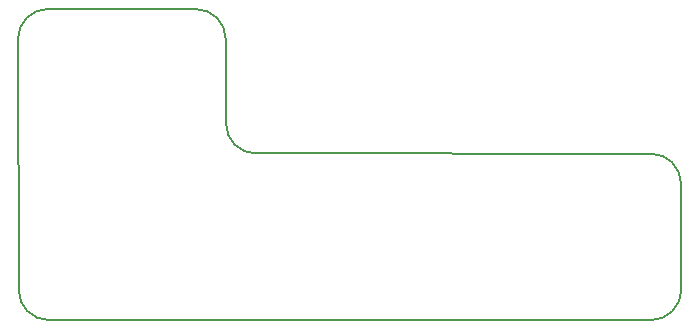
<source format=gbr>
%TF.GenerationSoftware,KiCad,Pcbnew,(5.1.6)-1*%
%TF.CreationDate,2020-10-03T11:43:52-07:00*%
%TF.ProjectId,SJ-202-USB-Jumper,534a2d32-3032-42d5-9553-422d4a756d70,rev?*%
%TF.SameCoordinates,Original*%
%TF.FileFunction,Profile,NP*%
%FSLAX46Y46*%
G04 Gerber Fmt 4.6, Leading zero omitted, Abs format (unit mm)*
G04 Created by KiCad (PCBNEW (5.1.6)-1) date 2020-10-03 11:43:52*
%MOMM*%
%LPD*%
G01*
G04 APERTURE LIST*
%TA.AperFunction,Profile*%
%ADD10C,0.200000*%
%TD*%
G04 APERTURE END LIST*
D10*
X23490000Y-78390000D02*
X74510000Y-78390000D01*
X41040000Y-64290000D02*
G75*
G02*
X38500000Y-61750000I0J2540000D01*
G01*
X74492372Y-64311150D02*
G75*
G02*
X77032372Y-66851150I0J-2540000D01*
G01*
X35942372Y-52061150D02*
X23422372Y-52061150D01*
X77050000Y-75850000D02*
X77032372Y-66851150D01*
X35942372Y-52061150D02*
G75*
G02*
X38482372Y-54601150I0J-2540000D01*
G01*
X77050000Y-75850000D02*
G75*
G02*
X74510000Y-78390000I-2540000J0D01*
G01*
X74492372Y-64311150D02*
X41040000Y-64290000D01*
X38500000Y-61750000D02*
X38482372Y-54601150D01*
X20882372Y-54601150D02*
G75*
G02*
X23422372Y-52061150I2540000J0D01*
G01*
X20882372Y-54601150D02*
X20950000Y-75850000D01*
X23490000Y-78390000D02*
G75*
G02*
X20950000Y-75850000I0J2540000D01*
G01*
M02*

</source>
